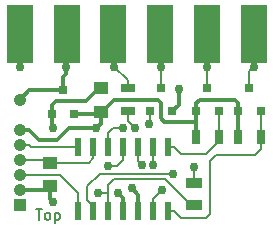
<source format=gtl>
G04 #@! TF.FileFunction,Copper,L1,Top,Signal*
%FSLAX46Y46*%
G04 Gerber Fmt 4.6, Leading zero omitted, Abs format (unit mm)*
G04 Created by KiCad (PCBNEW 4.0.5) date 11/08/17 13:58:34*
%MOMM*%
%LPD*%
G01*
G04 APERTURE LIST*
%ADD10C,0.100000*%
%ADD11C,0.203200*%
%ADD12R,1.250000X1.000000*%
%ADD13R,0.600000X1.500000*%
%ADD14R,1.397000X0.889000*%
%ADD15R,0.800100X0.800100*%
%ADD16R,1.300000X0.700000*%
%ADD17R,0.700000X1.300000*%
%ADD18R,1.041400X1.041400*%
%ADD19C,1.041400*%
%ADD20R,2.250000X5.000000*%
%ADD21C,0.762000*%
%ADD22C,0.304800*%
G04 APERTURE END LIST*
D10*
D11*
X176741668Y-57552167D02*
X177249668Y-57552167D01*
X176995668Y-58441167D02*
X176995668Y-57552167D01*
X177673001Y-58441167D02*
X177588334Y-58398833D01*
X177546001Y-58356500D01*
X177503667Y-58271833D01*
X177503667Y-58017833D01*
X177546001Y-57933167D01*
X177588334Y-57890833D01*
X177673001Y-57848500D01*
X177800001Y-57848500D01*
X177884667Y-57890833D01*
X177927001Y-57933167D01*
X177969334Y-58017833D01*
X177969334Y-58271833D01*
X177927001Y-58356500D01*
X177884667Y-58398833D01*
X177800001Y-58441167D01*
X177673001Y-58441167D01*
X178350334Y-57848500D02*
X178350334Y-58737500D01*
X178350334Y-57890833D02*
X178435000Y-57848500D01*
X178604334Y-57848500D01*
X178689000Y-57890833D01*
X178731334Y-57933167D01*
X178773667Y-58017833D01*
X178773667Y-58271833D01*
X178731334Y-58356500D01*
X178689000Y-58398833D01*
X178604334Y-58441167D01*
X178435000Y-58441167D01*
X178350334Y-58398833D01*
D12*
X177927000Y-55610000D03*
X177927000Y-53610000D03*
D13*
X187960000Y-52291000D03*
X186690000Y-52291000D03*
X185420000Y-52291000D03*
X184150000Y-52291000D03*
X182880000Y-52291000D03*
X181610000Y-52291000D03*
X180340000Y-52291000D03*
X180340000Y-57691000D03*
X181610000Y-57691000D03*
X182880000Y-57691000D03*
X184150000Y-57691000D03*
X185420000Y-57691000D03*
X186690000Y-57691000D03*
X187960000Y-57691000D03*
D14*
X190119000Y-55308500D03*
X190119000Y-57213500D03*
D12*
X182245000Y-49276000D03*
X182245000Y-47276000D03*
D15*
X186375000Y-49260760D03*
X188275000Y-49260760D03*
X187325000Y-47261780D03*
X193868000Y-49260760D03*
X195768000Y-49260760D03*
X194818000Y-47261780D03*
X190312000Y-49260760D03*
X192212000Y-49260760D03*
X191262000Y-47261780D03*
D16*
X184531000Y-47310000D03*
X184531000Y-49210000D03*
D17*
X193868000Y-51435000D03*
X195768000Y-51435000D03*
X192212000Y-51435000D03*
X190312000Y-51435000D03*
D15*
X178104760Y-49448760D03*
X180004760Y-49448760D03*
X179054760Y-47449780D03*
D18*
X175387000Y-57150000D03*
D19*
X175387000Y-55880000D03*
X175387000Y-54610000D03*
X175387000Y-53340000D03*
X175387000Y-52070000D03*
X175387000Y-50800000D03*
X175387000Y-48260000D03*
D20*
X175387000Y-42746000D03*
X179349400Y-42746000D03*
X183311800Y-42746000D03*
X187274200Y-42746000D03*
X191236600Y-42746000D03*
X195199000Y-42746000D03*
D21*
X188341000Y-54533802D03*
X186309000Y-50292000D03*
X178181000Y-56896000D03*
X178181010Y-50673000D03*
X175387000Y-45466000D03*
X183667420Y-56134000D03*
X188849000Y-47371000D03*
X187325000Y-45466000D03*
X181864000Y-50673000D03*
X184865976Y-55778420D03*
X195199000Y-45466000D03*
X191262000Y-45466000D03*
X179324000Y-45466000D03*
X183388000Y-45466000D03*
X187452000Y-55880000D03*
X185166000Y-50673000D03*
X186699317Y-53779631D03*
X185734268Y-53797385D03*
X182880000Y-53848004D03*
X184150000Y-50673000D03*
X181991000Y-56134000D03*
X190119000Y-53975000D03*
D11*
X181610000Y-57691000D02*
X181610000Y-57241000D01*
X181610000Y-57241000D02*
X181106800Y-56737800D01*
X181106800Y-56737800D02*
X181106800Y-55621200D01*
X181106800Y-55621200D02*
X182194195Y-54533805D01*
X182194195Y-54533805D02*
X187802182Y-54533805D01*
X187802182Y-54533805D02*
X187802185Y-54533802D01*
X187802185Y-54533802D02*
X188341000Y-54533802D01*
X186375000Y-50226000D02*
X186309000Y-50292000D01*
X186375000Y-49260760D02*
X186375000Y-50226000D01*
D22*
X177927000Y-56642000D02*
X178181000Y-56896000D01*
X177927000Y-55610000D02*
X177927000Y-56642000D01*
X178104760Y-50596750D02*
X178181010Y-50673000D01*
X178104760Y-49448760D02*
X178104760Y-50596750D01*
X175387000Y-45466000D02*
X175387000Y-42746000D01*
X175387000Y-55880000D02*
X177657000Y-55880000D01*
X177657000Y-55880000D02*
X177927000Y-55610000D01*
X181009000Y-48387000D02*
X178461670Y-48387000D01*
X178461670Y-48387000D02*
X178104760Y-48743910D01*
X178104760Y-48743910D02*
X178104760Y-49448760D01*
X181009000Y-48387000D02*
X182120000Y-47276000D01*
X182120000Y-47276000D02*
X182245000Y-47276000D01*
X184150000Y-56616580D02*
X183667420Y-56134000D01*
X184150000Y-57691000D02*
X184150000Y-56616580D01*
X188849000Y-47371000D02*
X188849000Y-48686760D01*
X188849000Y-48686760D02*
X188275000Y-49260760D01*
D11*
X187325000Y-45466000D02*
X187325000Y-42796800D01*
X187325000Y-42796800D02*
X187274200Y-42746000D01*
X187325000Y-45466000D02*
X187325000Y-47261780D01*
D22*
X182244999Y-50292001D02*
X181864000Y-50673000D01*
X182245000Y-49276000D02*
X182244999Y-50292001D01*
X179578000Y-50673000D02*
X181864000Y-50673000D01*
X178562000Y-51689000D02*
X179578000Y-50673000D01*
X177012381Y-51689000D02*
X178562000Y-51689000D01*
X176123381Y-50800000D02*
X177012381Y-51689000D01*
X175387000Y-50800000D02*
X176123381Y-50800000D01*
X180004760Y-49448760D02*
X182072240Y-49448760D01*
X182072240Y-49448760D02*
X182245000Y-49276000D01*
X187071000Y-48260000D02*
X183386000Y-48260000D01*
X183386000Y-48260000D02*
X182370000Y-49276000D01*
X182370000Y-49276000D02*
X182245000Y-49276000D01*
X190312000Y-50165000D02*
X187629851Y-50165000D01*
X187629851Y-50165000D02*
X187325000Y-49860149D01*
X187325000Y-49860149D02*
X187325000Y-48514000D01*
X187325000Y-48514000D02*
X187071000Y-48260000D01*
X190312000Y-49260760D02*
X190312000Y-50165000D01*
X190312000Y-50165000D02*
X190312000Y-51435000D01*
X193868000Y-49260760D02*
X193868000Y-48555910D01*
X193868000Y-48555910D02*
X193572090Y-48260000D01*
X193572090Y-48260000D02*
X190607910Y-48260000D01*
X190312000Y-48555910D02*
X190312000Y-49260760D01*
X190607910Y-48260000D02*
X190312000Y-48555910D01*
X193868000Y-51435000D02*
X193868000Y-49260760D01*
X185420000Y-56332444D02*
X184865976Y-55778420D01*
X185420000Y-57691000D02*
X185420000Y-56332444D01*
D11*
X195768000Y-52451000D02*
X195768000Y-51435000D01*
X192024000Y-52959000D02*
X195260000Y-52959000D01*
X195260000Y-52959000D02*
X195768000Y-52451000D01*
X191516000Y-53467000D02*
X192024000Y-52959000D01*
X191135000Y-58293000D02*
X191516000Y-57912000D01*
X191516000Y-57912000D02*
X191516000Y-53467000D01*
X187960000Y-57691000D02*
X188463200Y-57691000D01*
X188463200Y-57691000D02*
X189065200Y-58293000D01*
X189065200Y-58293000D02*
X191135000Y-58293000D01*
X195768000Y-49260760D02*
X195768000Y-51435000D01*
X195199000Y-45466000D02*
X195199000Y-42746000D01*
X194818000Y-45847000D02*
X194818000Y-47261780D01*
X195199000Y-45466000D02*
X194818000Y-45847000D01*
X192212000Y-51735000D02*
X192212000Y-51435000D01*
X191115000Y-52832000D02*
X192212000Y-51735000D01*
X189004200Y-52832000D02*
X191115000Y-52832000D01*
X187960000Y-52291000D02*
X188463200Y-52291000D01*
X188463200Y-52291000D02*
X189004200Y-52832000D01*
X192212000Y-51435000D02*
X192212000Y-49260760D01*
X191262000Y-45466000D02*
X191262000Y-42771400D01*
X191262000Y-42771400D02*
X191236600Y-42746000D01*
X191262000Y-45466000D02*
X191262000Y-47261780D01*
D22*
X179324000Y-45466000D02*
X179324000Y-42771400D01*
X179324000Y-42771400D02*
X179349400Y-42746000D01*
X175387000Y-48260000D02*
X176197220Y-47449780D01*
X176197220Y-47449780D02*
X179054760Y-47449780D01*
X179324000Y-46101000D02*
X179054760Y-46370240D01*
X179054760Y-46370240D02*
X179054760Y-47449780D01*
X179324000Y-45466000D02*
X179324000Y-46101000D01*
D11*
X175387000Y-53340000D02*
X177657000Y-53340000D01*
X177657000Y-53340000D02*
X177927000Y-53610000D01*
X177927000Y-53610000D02*
X181244200Y-53610000D01*
X181244200Y-53610000D02*
X181610000Y-53244200D01*
X181610000Y-53244200D02*
X181610000Y-52291000D01*
X183388000Y-45466000D02*
X183388000Y-42822200D01*
X183388000Y-42822200D02*
X183311800Y-42746000D01*
X183388000Y-45466000D02*
X184531000Y-46609000D01*
X184531000Y-46609000D02*
X184531000Y-47310000D01*
X176123381Y-52070000D02*
X175387000Y-52070000D01*
X176344381Y-52291000D02*
X180340000Y-52291000D01*
X176123381Y-52070000D02*
X176344381Y-52291000D01*
X178783522Y-54610000D02*
X175387000Y-54610000D01*
X180340000Y-56166478D02*
X178783522Y-54610000D01*
X180340000Y-57691000D02*
X180340000Y-56166478D01*
X186690000Y-56642000D02*
X187452000Y-55880000D01*
X186690000Y-57691000D02*
X186690000Y-56642000D01*
X184531000Y-50038000D02*
X185166000Y-50673000D01*
X184531000Y-49210000D02*
X184531000Y-50038000D01*
X186690000Y-53770314D02*
X186699317Y-53779631D01*
X186690000Y-52291000D02*
X186690000Y-53770314D01*
X185420000Y-53483117D02*
X185734268Y-53797385D01*
X185420000Y-52291000D02*
X185420000Y-53483117D01*
X184150000Y-53340000D02*
X184150000Y-52291000D01*
X183641996Y-53848004D02*
X184150000Y-53340000D01*
X182880000Y-53848004D02*
X183641996Y-53848004D01*
X184150000Y-50673000D02*
X183261000Y-50673000D01*
X183261000Y-50673000D02*
X182880000Y-51054000D01*
X182880000Y-51054000D02*
X182880000Y-52291000D01*
X182880000Y-56134000D02*
X181991000Y-56134000D01*
X182880000Y-56134000D02*
X182880000Y-57691000D01*
X182880000Y-55499000D02*
X182880000Y-56134000D01*
X190119000Y-57213500D02*
X189865000Y-57213500D01*
X189865000Y-57213500D02*
X187642500Y-54991000D01*
X187642500Y-54991000D02*
X183388000Y-54991000D01*
X183388000Y-54991000D02*
X182880000Y-55499000D01*
X190119000Y-55308500D02*
X190119000Y-53975000D01*
M02*

</source>
